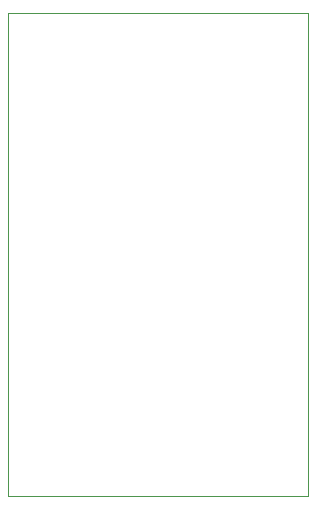
<source format=gm1>
G04 #@! TF.GenerationSoftware,KiCad,Pcbnew,9.0.6*
G04 #@! TF.CreationDate,2026-01-08T16:00:18-06:00*
G04 #@! TF.ProjectId,QFN-28_6x6_P0.65,51464e2d-3238-45f3-9678-365f50302e36,rev?*
G04 #@! TF.SameCoordinates,Original*
G04 #@! TF.FileFunction,Profile,NP*
%FSLAX46Y46*%
G04 Gerber Fmt 4.6, Leading zero omitted, Abs format (unit mm)*
G04 Created by KiCad (PCBNEW 9.0.6) date 2026-01-08 16:00:18*
%MOMM*%
%LPD*%
G01*
G04 APERTURE LIST*
G04 #@! TA.AperFunction,Profile*
%ADD10C,0.050000*%
G04 #@! TD*
G04 APERTURE END LIST*
D10*
X103886000Y-90616230D02*
X129286000Y-90616230D01*
X129286000Y-131510230D01*
X103886000Y-131510230D01*
X103886000Y-90616230D01*
M02*

</source>
